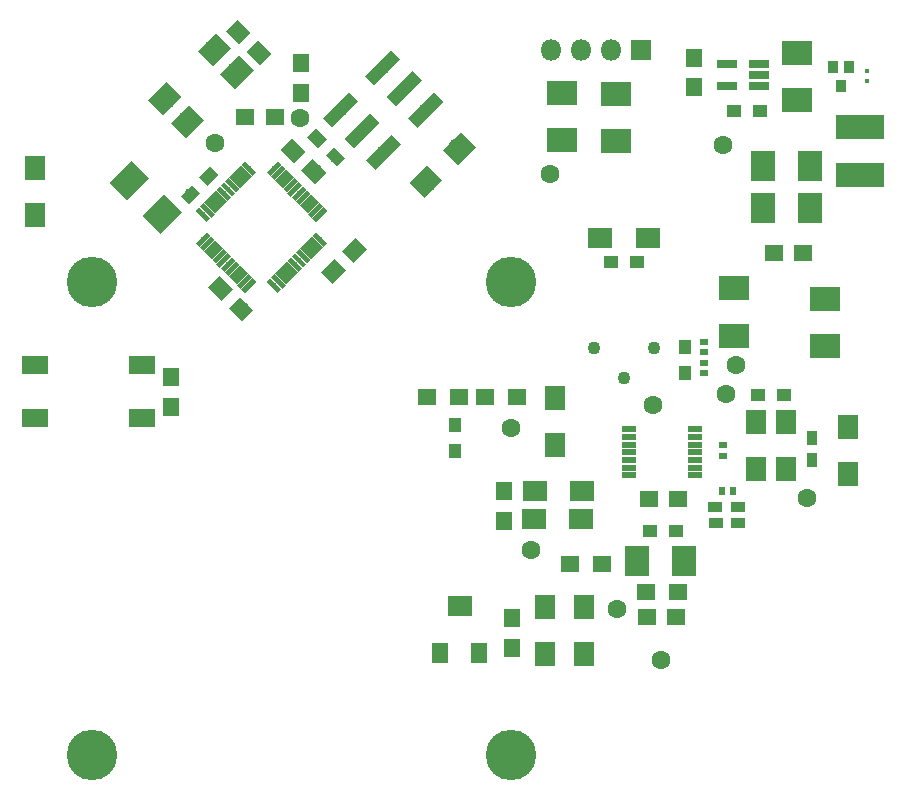
<source format=gbr>
G04 #@! TF.GenerationSoftware,KiCad,Pcbnew,5.0.0*
G04 #@! TF.CreationDate,2018-08-03T19:09:34-04:00*
G04 #@! TF.ProjectId,capacitive,636170616369746976652E6B69636164,rev?*
G04 #@! TF.SameCoordinates,Original*
G04 #@! TF.FileFunction,Soldermask,Top*
G04 #@! TF.FilePolarity,Negative*
%FSLAX46Y46*%
G04 Gerber Fmt 4.6, Leading zero omitted, Abs format (unit mm)*
G04 Created by KiCad (PCBNEW 5.0.0) date Fri Aug  3 19:09:34 2018*
%MOMM*%
%LPD*%
G01*
G04 APERTURE LIST*
%ADD10C,1.101600*%
%ADD11R,1.801600X1.801600*%
%ADD12O,1.801600X1.801600*%
%ADD13R,1.601600X1.351600*%
%ADD14C,1.351600*%
%ADD15C,0.100000*%
%ADD16C,1.001600*%
%ADD17R,2.101600X2.601600*%
%ADD18R,1.351600X1.601600*%
%ADD19C,2.101600*%
%ADD20R,2.601600X2.101600*%
%ADD21R,0.351600X0.461600*%
%ADD22R,0.901600X1.001600*%
%ADD23R,1.001600X1.301600*%
%ADD24R,1.301600X1.001600*%
%ADD25C,1.801600*%
%ADD26R,1.801600X2.101600*%
%ADD27R,2.201600X1.501600*%
%ADD28C,1.601600*%
%ADD29C,0.440000*%
%ADD30R,1.661600X0.751600*%
%ADD31R,2.101600X1.701600*%
%ADD32R,1.401600X1.701600*%
%ADD33R,0.851600X1.301600*%
%ADD34R,1.301600X0.851600*%
%ADD35R,4.101600X2.101600*%
%ADD36R,0.701600X0.501600*%
%ADD37R,1.601600X1.401600*%
%ADD38R,2.101600X1.801600*%
%ADD39R,0.501600X0.701600*%
%ADD40R,1.150000X0.550000*%
%ADD41C,4.276600*%
G04 APERTURE END LIST*
D10*
G04 #@! TO.C,RV101*
X124540000Y-88080000D03*
X127080000Y-85540000D03*
X122000000Y-85540000D03*
G04 #@! TD*
D11*
G04 #@! TO.C,J102*
X125950000Y-60310000D03*
D12*
X123410000Y-60310000D03*
X120870000Y-60310000D03*
X118330000Y-60310000D03*
G04 #@! TD*
D13*
G04 #@! TO.C,C109*
X126420000Y-108360000D03*
X128920000Y-108360000D03*
G04 #@! TD*
D14*
G04 #@! TO.C,C101*
X101688523Y-77305797D03*
D15*
G36*
X101776911Y-76261683D02*
X102732637Y-77217409D01*
X101600135Y-78349911D01*
X100644409Y-77394185D01*
X101776911Y-76261683D01*
X101776911Y-76261683D01*
G37*
D14*
X99920757Y-79073563D03*
D15*
G36*
X100009145Y-78029449D02*
X100964871Y-78985175D01*
X99832369Y-80117677D01*
X98876643Y-79161951D01*
X100009145Y-78029449D01*
X100009145Y-78029449D01*
G37*
G04 #@! TD*
D14*
G04 #@! TO.C,C102*
X96458737Y-68850137D03*
D15*
G36*
X95414623Y-68761749D02*
X96370349Y-67806023D01*
X97502851Y-68938525D01*
X96547125Y-69894251D01*
X95414623Y-68761749D01*
X95414623Y-68761749D01*
G37*
D14*
X98226503Y-70617903D03*
D15*
G36*
X97182389Y-70529515D02*
X98138115Y-69573789D01*
X99270617Y-70706291D01*
X98314891Y-71662017D01*
X97182389Y-70529515D01*
X97182389Y-70529515D01*
G37*
G04 #@! TD*
D13*
G04 #@! TO.C,C103*
X126610000Y-98360000D03*
X129110000Y-98360000D03*
G04 #@! TD*
G04 #@! TO.C,C104*
X92450000Y-66000000D03*
X94950000Y-66000000D03*
G04 #@! TD*
D14*
G04 #@! TO.C,C105*
X92084783Y-82286663D03*
D15*
G36*
X93128897Y-82375051D02*
X92173171Y-83330777D01*
X91040669Y-82198275D01*
X91996395Y-81242549D01*
X93128897Y-82375051D01*
X93128897Y-82375051D01*
G37*
D14*
X90317017Y-80518897D03*
D15*
G36*
X91361131Y-80607285D02*
X90405405Y-81563011D01*
X89272903Y-80430509D01*
X90228629Y-79474783D01*
X91361131Y-80607285D01*
X91361131Y-80607285D01*
G37*
G04 #@! TD*
D16*
G04 #@! TO.C,C106*
X87789103Y-72566697D03*
D15*
G36*
X87683037Y-73381001D02*
X86974799Y-72672763D01*
X87895169Y-71752393D01*
X88603407Y-72460631D01*
X87683037Y-73381001D01*
X87683037Y-73381001D01*
G37*
D16*
X89344737Y-71011063D03*
D15*
G36*
X89238671Y-71825367D02*
X88530433Y-71117129D01*
X89450803Y-70196759D01*
X90159041Y-70904997D01*
X89238671Y-71825367D01*
X89238671Y-71825367D01*
G37*
G04 #@! TD*
D17*
G04 #@! TO.C,C108*
X125600000Y-103570000D03*
X129600000Y-103570000D03*
G04 #@! TD*
D18*
G04 #@! TO.C,C110*
X114310000Y-97680000D03*
X114310000Y-100180000D03*
G04 #@! TD*
G04 #@! TO.C,C111*
X97190000Y-63950000D03*
X97190000Y-61450000D03*
G04 #@! TD*
D14*
G04 #@! TO.C,C112*
X91856117Y-58806117D03*
D15*
G36*
X90812003Y-58717729D02*
X91767729Y-57762003D01*
X92900231Y-58894505D01*
X91944505Y-59850231D01*
X90812003Y-58717729D01*
X90812003Y-58717729D01*
G37*
D14*
X93623883Y-60573883D03*
D15*
G36*
X92579769Y-60485495D02*
X93535495Y-59529769D01*
X94667997Y-60662271D01*
X93712271Y-61617997D01*
X92579769Y-60485495D01*
X92579769Y-60485495D01*
G37*
G04 #@! TD*
D18*
G04 #@! TO.C,C113*
X86130000Y-88020000D03*
X86130000Y-90520000D03*
G04 #@! TD*
D19*
G04 #@! TO.C,C114*
X85414214Y-74214214D03*
D15*
G36*
X87077046Y-74037437D02*
X85237437Y-75877046D01*
X83751382Y-74390991D01*
X85590991Y-72551382D01*
X87077046Y-74037437D01*
X87077046Y-74037437D01*
G37*
D19*
X82585786Y-71385786D03*
D15*
G36*
X84248618Y-71209009D02*
X82409009Y-73048618D01*
X80922954Y-71562563D01*
X82762563Y-69722954D01*
X84248618Y-71209009D01*
X84248618Y-71209009D01*
G37*
G04 #@! TD*
D20*
G04 #@! TO.C,C115*
X139130000Y-60580000D03*
X139130000Y-64580000D03*
G04 #@! TD*
G04 #@! TO.C,C116*
X123830000Y-68070000D03*
X123830000Y-64070000D03*
G04 #@! TD*
G04 #@! TO.C,C117*
X119260000Y-67980000D03*
X119260000Y-63980000D03*
G04 #@! TD*
D18*
G04 #@! TO.C,C118*
X130400000Y-63500000D03*
X130400000Y-61000000D03*
G04 #@! TD*
D17*
G04 #@! TO.C,C119*
X136290000Y-73690000D03*
X140290000Y-73690000D03*
G04 #@! TD*
G04 #@! TO.C,C120*
X136280000Y-70150000D03*
X140280000Y-70150000D03*
G04 #@! TD*
D13*
G04 #@! TO.C,C121*
X137180000Y-77540000D03*
X139680000Y-77540000D03*
G04 #@! TD*
D21*
G04 #@! TO.C,D102*
X145100000Y-62920000D03*
X145100000Y-62080000D03*
G04 #@! TD*
D22*
G04 #@! TO.C,Q101*
X142870000Y-63350000D03*
X142220000Y-61750000D03*
X143520000Y-61750000D03*
G04 #@! TD*
D23*
G04 #@! TO.C,R101*
X129700000Y-87710000D03*
X129700000Y-85510000D03*
G04 #@! TD*
D24*
G04 #@! TO.C,R103*
X126670000Y-101070000D03*
X128870000Y-101070000D03*
G04 #@! TD*
D16*
G04 #@! TO.C,R108*
X98514946Y-67802466D03*
D15*
G36*
X97700642Y-67696400D02*
X98408880Y-66988162D01*
X99329250Y-67908532D01*
X98621012Y-68616770D01*
X97700642Y-67696400D01*
X97700642Y-67696400D01*
G37*
D16*
X100070580Y-69358100D03*
D15*
G36*
X99256276Y-69252034D02*
X99964514Y-68543796D01*
X100884884Y-69464166D01*
X100176646Y-70172404D01*
X99256276Y-69252034D01*
X99256276Y-69252034D01*
G37*
G04 #@! TD*
D25*
G04 #@! TO.C,R109*
X110564214Y-68655786D03*
D15*
G36*
X110670280Y-67275796D02*
X111944204Y-68549720D01*
X110458148Y-70035776D01*
X109184224Y-68761852D01*
X110670280Y-67275796D01*
X110670280Y-67275796D01*
G37*
D25*
X107735786Y-71484214D03*
D15*
G36*
X107841852Y-70104224D02*
X109115776Y-71378148D01*
X107629720Y-72864204D01*
X106355796Y-71590280D01*
X107841852Y-70104224D01*
X107841852Y-70104224D01*
G37*
G04 #@! TD*
D26*
G04 #@! TO.C,R110*
X74600000Y-70300000D03*
X74600000Y-74300000D03*
G04 #@! TD*
D24*
G04 #@! TO.C,R111*
X133780000Y-65490000D03*
X135980000Y-65490000D03*
G04 #@! TD*
D27*
G04 #@! TO.C,SW101*
X83700000Y-91500000D03*
X74600000Y-91500000D03*
X74600000Y-87000000D03*
X83700000Y-87000000D03*
G04 #@! TD*
D28*
G04 #@! TO.C,TP101*
X89900000Y-68200000D03*
G04 #@! TD*
G04 #@! TO.C,TP103*
X123900000Y-107650000D03*
G04 #@! TD*
G04 #@! TO.C,TP104*
X127600000Y-111950000D03*
G04 #@! TD*
G04 #@! TO.C,TP105*
X126990000Y-90410000D03*
G04 #@! TD*
G04 #@! TO.C,TP106*
X114970000Y-92360000D03*
G04 #@! TD*
G04 #@! TO.C,TP107*
X118230000Y-70800000D03*
G04 #@! TD*
G04 #@! TO.C,TP108*
X132900000Y-68400000D03*
G04 #@! TD*
G04 #@! TO.C,TP109*
X97100000Y-66130000D03*
G04 #@! TD*
D29*
G04 #@! TO.C,U101*
X92746280Y-70354493D03*
D15*
G36*
X92428082Y-69725168D02*
X93375605Y-70672691D01*
X93064478Y-70983818D01*
X92116955Y-70036295D01*
X92428082Y-69725168D01*
X92428082Y-69725168D01*
G37*
D29*
X92392726Y-70708046D03*
D15*
G36*
X92074528Y-70078721D02*
X93022051Y-71026244D01*
X92710924Y-71337371D01*
X91763401Y-70389848D01*
X92074528Y-70078721D01*
X92074528Y-70078721D01*
G37*
D29*
X92039173Y-71061599D03*
D15*
G36*
X91720975Y-70432274D02*
X92668498Y-71379797D01*
X92357371Y-71690924D01*
X91409848Y-70743401D01*
X91720975Y-70432274D01*
X91720975Y-70432274D01*
G37*
D29*
X91685620Y-71415153D03*
D15*
G36*
X91367422Y-70785828D02*
X92314945Y-71733351D01*
X92003818Y-72044478D01*
X91056295Y-71096955D01*
X91367422Y-70785828D01*
X91367422Y-70785828D01*
G37*
D29*
X91332066Y-71768706D03*
D15*
G36*
X91013868Y-71139381D02*
X91961391Y-72086904D01*
X91650264Y-72398031D01*
X90702741Y-71450508D01*
X91013868Y-71139381D01*
X91013868Y-71139381D01*
G37*
D29*
X90978513Y-72122259D03*
D15*
G36*
X90660315Y-71492934D02*
X91607838Y-72440457D01*
X91296711Y-72751584D01*
X90349188Y-71804061D01*
X90660315Y-71492934D01*
X90660315Y-71492934D01*
G37*
D29*
X90624959Y-72475813D03*
D15*
G36*
X90306761Y-71846488D02*
X91254284Y-72794011D01*
X90943157Y-73105138D01*
X89995634Y-72157615D01*
X90306761Y-71846488D01*
X90306761Y-71846488D01*
G37*
D29*
X90271406Y-72829366D03*
D15*
G36*
X89953208Y-72200041D02*
X90900731Y-73147564D01*
X90589604Y-73458691D01*
X89642081Y-72511168D01*
X89953208Y-72200041D01*
X89953208Y-72200041D01*
G37*
D29*
X89917853Y-73182920D03*
D15*
G36*
X89599655Y-72553595D02*
X90547178Y-73501118D01*
X90236051Y-73812245D01*
X89288528Y-72864722D01*
X89599655Y-72553595D01*
X89599655Y-72553595D01*
G37*
D29*
X89564299Y-73536473D03*
D15*
G36*
X89246101Y-72907148D02*
X90193624Y-73854671D01*
X89882497Y-74165798D01*
X88934974Y-73218275D01*
X89246101Y-72907148D01*
X89246101Y-72907148D01*
G37*
D29*
X89210746Y-73890026D03*
D15*
G36*
X88892548Y-73260701D02*
X89840071Y-74208224D01*
X89528944Y-74519351D01*
X88581421Y-73571828D01*
X88892548Y-73260701D01*
X88892548Y-73260701D01*
G37*
D29*
X88857193Y-74243580D03*
D15*
G36*
X88538995Y-73614255D02*
X89486518Y-74561778D01*
X89175391Y-74872905D01*
X88227868Y-73925382D01*
X88538995Y-73614255D01*
X88538995Y-73614255D01*
G37*
D29*
X88857193Y-76364900D03*
D15*
G36*
X89175391Y-75735575D02*
X89486518Y-76046702D01*
X88538995Y-76994225D01*
X88227868Y-76683098D01*
X89175391Y-75735575D01*
X89175391Y-75735575D01*
G37*
D29*
X89210746Y-76718454D03*
D15*
G36*
X89528944Y-76089129D02*
X89840071Y-76400256D01*
X88892548Y-77347779D01*
X88581421Y-77036652D01*
X89528944Y-76089129D01*
X89528944Y-76089129D01*
G37*
D29*
X89564299Y-77072007D03*
D15*
G36*
X89882497Y-76442682D02*
X90193624Y-76753809D01*
X89246101Y-77701332D01*
X88934974Y-77390205D01*
X89882497Y-76442682D01*
X89882497Y-76442682D01*
G37*
D29*
X89917853Y-77425560D03*
D15*
G36*
X90236051Y-76796235D02*
X90547178Y-77107362D01*
X89599655Y-78054885D01*
X89288528Y-77743758D01*
X90236051Y-76796235D01*
X90236051Y-76796235D01*
G37*
D29*
X90271406Y-77779114D03*
D15*
G36*
X90589604Y-77149789D02*
X90900731Y-77460916D01*
X89953208Y-78408439D01*
X89642081Y-78097312D01*
X90589604Y-77149789D01*
X90589604Y-77149789D01*
G37*
D29*
X90624959Y-78132667D03*
D15*
G36*
X90943157Y-77503342D02*
X91254284Y-77814469D01*
X90306761Y-78761992D01*
X89995634Y-78450865D01*
X90943157Y-77503342D01*
X90943157Y-77503342D01*
G37*
D29*
X90978513Y-78486221D03*
D15*
G36*
X91296711Y-77856896D02*
X91607838Y-78168023D01*
X90660315Y-79115546D01*
X90349188Y-78804419D01*
X91296711Y-77856896D01*
X91296711Y-77856896D01*
G37*
D29*
X91332066Y-78839774D03*
D15*
G36*
X91650264Y-78210449D02*
X91961391Y-78521576D01*
X91013868Y-79469099D01*
X90702741Y-79157972D01*
X91650264Y-78210449D01*
X91650264Y-78210449D01*
G37*
D29*
X91685620Y-79193327D03*
D15*
G36*
X92003818Y-78564002D02*
X92314945Y-78875129D01*
X91367422Y-79822652D01*
X91056295Y-79511525D01*
X92003818Y-78564002D01*
X92003818Y-78564002D01*
G37*
D29*
X92039173Y-79546881D03*
D15*
G36*
X92357371Y-78917556D02*
X92668498Y-79228683D01*
X91720975Y-80176206D01*
X91409848Y-79865079D01*
X92357371Y-78917556D01*
X92357371Y-78917556D01*
G37*
D29*
X92392726Y-79900434D03*
D15*
G36*
X92710924Y-79271109D02*
X93022051Y-79582236D01*
X92074528Y-80529759D01*
X91763401Y-80218632D01*
X92710924Y-79271109D01*
X92710924Y-79271109D01*
G37*
D29*
X92746280Y-80253987D03*
D15*
G36*
X93064478Y-79624662D02*
X93375605Y-79935789D01*
X92428082Y-80883312D01*
X92116955Y-80572185D01*
X93064478Y-79624662D01*
X93064478Y-79624662D01*
G37*
D29*
X94867600Y-80253987D03*
D15*
G36*
X94549402Y-79624662D02*
X95496925Y-80572185D01*
X95185798Y-80883312D01*
X94238275Y-79935789D01*
X94549402Y-79624662D01*
X94549402Y-79624662D01*
G37*
D29*
X95221154Y-79900434D03*
D15*
G36*
X94902956Y-79271109D02*
X95850479Y-80218632D01*
X95539352Y-80529759D01*
X94591829Y-79582236D01*
X94902956Y-79271109D01*
X94902956Y-79271109D01*
G37*
D29*
X95574707Y-79546881D03*
D15*
G36*
X95256509Y-78917556D02*
X96204032Y-79865079D01*
X95892905Y-80176206D01*
X94945382Y-79228683D01*
X95256509Y-78917556D01*
X95256509Y-78917556D01*
G37*
D29*
X95928260Y-79193327D03*
D15*
G36*
X95610062Y-78564002D02*
X96557585Y-79511525D01*
X96246458Y-79822652D01*
X95298935Y-78875129D01*
X95610062Y-78564002D01*
X95610062Y-78564002D01*
G37*
D29*
X96281814Y-78839774D03*
D15*
G36*
X95963616Y-78210449D02*
X96911139Y-79157972D01*
X96600012Y-79469099D01*
X95652489Y-78521576D01*
X95963616Y-78210449D01*
X95963616Y-78210449D01*
G37*
D29*
X96635367Y-78486221D03*
D15*
G36*
X96317169Y-77856896D02*
X97264692Y-78804419D01*
X96953565Y-79115546D01*
X96006042Y-78168023D01*
X96317169Y-77856896D01*
X96317169Y-77856896D01*
G37*
D29*
X96988921Y-78132667D03*
D15*
G36*
X96670723Y-77503342D02*
X97618246Y-78450865D01*
X97307119Y-78761992D01*
X96359596Y-77814469D01*
X96670723Y-77503342D01*
X96670723Y-77503342D01*
G37*
D29*
X97342474Y-77779114D03*
D15*
G36*
X97024276Y-77149789D02*
X97971799Y-78097312D01*
X97660672Y-78408439D01*
X96713149Y-77460916D01*
X97024276Y-77149789D01*
X97024276Y-77149789D01*
G37*
D29*
X97696027Y-77425560D03*
D15*
G36*
X97377829Y-76796235D02*
X98325352Y-77743758D01*
X98014225Y-78054885D01*
X97066702Y-77107362D01*
X97377829Y-76796235D01*
X97377829Y-76796235D01*
G37*
D29*
X98049581Y-77072007D03*
D15*
G36*
X97731383Y-76442682D02*
X98678906Y-77390205D01*
X98367779Y-77701332D01*
X97420256Y-76753809D01*
X97731383Y-76442682D01*
X97731383Y-76442682D01*
G37*
D29*
X98403134Y-76718454D03*
D15*
G36*
X98084936Y-76089129D02*
X99032459Y-77036652D01*
X98721332Y-77347779D01*
X97773809Y-76400256D01*
X98084936Y-76089129D01*
X98084936Y-76089129D01*
G37*
D29*
X98756687Y-76364900D03*
D15*
G36*
X98438489Y-75735575D02*
X99386012Y-76683098D01*
X99074885Y-76994225D01*
X98127362Y-76046702D01*
X98438489Y-75735575D01*
X98438489Y-75735575D01*
G37*
D29*
X98756687Y-74243580D03*
D15*
G36*
X99074885Y-73614255D02*
X99386012Y-73925382D01*
X98438489Y-74872905D01*
X98127362Y-74561778D01*
X99074885Y-73614255D01*
X99074885Y-73614255D01*
G37*
D29*
X98403134Y-73890026D03*
D15*
G36*
X98721332Y-73260701D02*
X99032459Y-73571828D01*
X98084936Y-74519351D01*
X97773809Y-74208224D01*
X98721332Y-73260701D01*
X98721332Y-73260701D01*
G37*
D29*
X98049581Y-73536473D03*
D15*
G36*
X98367779Y-72907148D02*
X98678906Y-73218275D01*
X97731383Y-74165798D01*
X97420256Y-73854671D01*
X98367779Y-72907148D01*
X98367779Y-72907148D01*
G37*
D29*
X97696027Y-73182920D03*
D15*
G36*
X98014225Y-72553595D02*
X98325352Y-72864722D01*
X97377829Y-73812245D01*
X97066702Y-73501118D01*
X98014225Y-72553595D01*
X98014225Y-72553595D01*
G37*
D29*
X97342474Y-72829366D03*
D15*
G36*
X97660672Y-72200041D02*
X97971799Y-72511168D01*
X97024276Y-73458691D01*
X96713149Y-73147564D01*
X97660672Y-72200041D01*
X97660672Y-72200041D01*
G37*
D29*
X96988921Y-72475813D03*
D15*
G36*
X97307119Y-71846488D02*
X97618246Y-72157615D01*
X96670723Y-73105138D01*
X96359596Y-72794011D01*
X97307119Y-71846488D01*
X97307119Y-71846488D01*
G37*
D29*
X96635367Y-72122259D03*
D15*
G36*
X96953565Y-71492934D02*
X97264692Y-71804061D01*
X96317169Y-72751584D01*
X96006042Y-72440457D01*
X96953565Y-71492934D01*
X96953565Y-71492934D01*
G37*
D29*
X96281814Y-71768706D03*
D15*
G36*
X96600012Y-71139381D02*
X96911139Y-71450508D01*
X95963616Y-72398031D01*
X95652489Y-72086904D01*
X96600012Y-71139381D01*
X96600012Y-71139381D01*
G37*
D29*
X95928260Y-71415153D03*
D15*
G36*
X96246458Y-70785828D02*
X96557585Y-71096955D01*
X95610062Y-72044478D01*
X95298935Y-71733351D01*
X96246458Y-70785828D01*
X96246458Y-70785828D01*
G37*
D29*
X95574707Y-71061599D03*
D15*
G36*
X95892905Y-70432274D02*
X96204032Y-70743401D01*
X95256509Y-71690924D01*
X94945382Y-71379797D01*
X95892905Y-70432274D01*
X95892905Y-70432274D01*
G37*
D29*
X95221154Y-70708046D03*
D15*
G36*
X95539352Y-70078721D02*
X95850479Y-70389848D01*
X94902956Y-71337371D01*
X94591829Y-71026244D01*
X95539352Y-70078721D01*
X95539352Y-70078721D01*
G37*
D29*
X94867600Y-70354493D03*
D15*
G36*
X95185798Y-69725168D02*
X95496925Y-70036295D01*
X94549402Y-70983818D01*
X94238275Y-70672691D01*
X95185798Y-69725168D01*
X95185798Y-69725168D01*
G37*
G04 #@! TD*
D25*
G04 #@! TO.C,U103*
X89816862Y-60292182D03*
D15*
G36*
X89958283Y-58876837D02*
X91232207Y-60150761D01*
X89675441Y-61707527D01*
X88401517Y-60433603D01*
X89958283Y-58876837D01*
X89958283Y-58876837D01*
G37*
D25*
X85644932Y-64464112D03*
D15*
G36*
X85786353Y-63048767D02*
X87060277Y-64322691D01*
X85503511Y-65879457D01*
X84229587Y-64605533D01*
X85786353Y-63048767D01*
X85786353Y-63048767D01*
G37*
D25*
X87554120Y-66373300D03*
D15*
G36*
X87695541Y-64957955D02*
X88969465Y-66231879D01*
X87412699Y-67788645D01*
X86138775Y-66514721D01*
X87695541Y-64957955D01*
X87695541Y-64957955D01*
G37*
D25*
X91726050Y-62201370D03*
D15*
G36*
X91867471Y-60786025D02*
X93141395Y-62059949D01*
X91584629Y-63616715D01*
X90310705Y-62342791D01*
X91867471Y-60786025D01*
X91867471Y-60786025D01*
G37*
G04 #@! TD*
D30*
G04 #@! TO.C,U104*
X135950000Y-63420000D03*
X135950000Y-62470000D03*
X135950000Y-61520000D03*
X133250000Y-61520000D03*
X133250000Y-63420000D03*
G04 #@! TD*
D26*
G04 #@! TO.C,R107*
X121100000Y-107500000D03*
X121100000Y-111500000D03*
G04 #@! TD*
G04 #@! TO.C,R112*
X117800000Y-111500000D03*
X117800000Y-107500000D03*
G04 #@! TD*
D31*
G04 #@! TO.C,RV102*
X110600000Y-107400000D03*
D32*
X112250000Y-111400000D03*
X108950000Y-111400000D03*
G04 #@! TD*
D18*
G04 #@! TO.C,C107*
X115000000Y-108450000D03*
X115000000Y-110950000D03*
G04 #@! TD*
D33*
G04 #@! TO.C,C124*
X140410000Y-95080000D03*
X140410000Y-93180000D03*
G04 #@! TD*
D20*
G04 #@! TO.C,C125*
X141530000Y-85390000D03*
X141530000Y-81390000D03*
G04 #@! TD*
D34*
G04 #@! TO.C,C126*
X132240000Y-99030000D03*
X134140000Y-99030000D03*
G04 #@! TD*
G04 #@! TO.C,C127*
X134170000Y-100420000D03*
X132270000Y-100420000D03*
G04 #@! TD*
D35*
G04 #@! TO.C,J106*
X144510000Y-66890000D03*
X144510000Y-70890000D03*
G04 #@! TD*
D36*
G04 #@! TO.C,R102*
X131250000Y-85030000D03*
X131250000Y-85930000D03*
G04 #@! TD*
D37*
G04 #@! TO.C,R104*
X129050000Y-106260000D03*
X126350000Y-106260000D03*
G04 #@! TD*
D36*
G04 #@! TO.C,R105*
X131250000Y-86820000D03*
X131250000Y-87720000D03*
G04 #@! TD*
D26*
G04 #@! TO.C,R106*
X118650000Y-89800000D03*
X118650000Y-93800000D03*
G04 #@! TD*
D37*
G04 #@! TO.C,R113*
X107800000Y-89700000D03*
X110500000Y-89700000D03*
G04 #@! TD*
G04 #@! TO.C,R114*
X112750000Y-89700000D03*
X115450000Y-89700000D03*
G04 #@! TD*
D23*
G04 #@! TO.C,R115*
X110200000Y-92100000D03*
X110200000Y-94300000D03*
G04 #@! TD*
D26*
G04 #@! TO.C,R117*
X138190000Y-95810000D03*
X138190000Y-91810000D03*
G04 #@! TD*
D36*
G04 #@! TO.C,R118*
X132900000Y-94700000D03*
X132900000Y-93800000D03*
G04 #@! TD*
D24*
G04 #@! TO.C,R119*
X135850000Y-89540000D03*
X138050000Y-89540000D03*
G04 #@! TD*
D38*
G04 #@! TO.C,R122*
X116930000Y-97660000D03*
X120930000Y-97660000D03*
G04 #@! TD*
G04 #@! TO.C,R123*
X116880000Y-100010000D03*
X120880000Y-100010000D03*
G04 #@! TD*
D24*
G04 #@! TO.C,R124*
X125610000Y-78300000D03*
X123410000Y-78300000D03*
G04 #@! TD*
D37*
G04 #@! TO.C,R125*
X122640000Y-103860000D03*
X119940000Y-103860000D03*
G04 #@! TD*
D39*
G04 #@! TO.C,R126*
X133730000Y-97660000D03*
X132830000Y-97660000D03*
G04 #@! TD*
D26*
G04 #@! TO.C,R127*
X135650000Y-95820000D03*
X135650000Y-91820000D03*
G04 #@! TD*
D28*
G04 #@! TO.C,TP102*
X133950000Y-87000000D03*
G04 #@! TD*
G04 #@! TO.C,TP110*
X133150000Y-89450000D03*
G04 #@! TD*
G04 #@! TO.C,TP111*
X116600000Y-102700000D03*
G04 #@! TD*
G04 #@! TO.C,TP112*
X140000000Y-98250000D03*
G04 #@! TD*
D40*
G04 #@! TO.C,U102*
X124925000Y-92440000D03*
X124925000Y-93090000D03*
X124925000Y-93740000D03*
X124925000Y-94390000D03*
X124925000Y-95040000D03*
X124925000Y-95690000D03*
X124925000Y-96340000D03*
X130475000Y-96340000D03*
X130475000Y-95690000D03*
X130475000Y-95040000D03*
X130475000Y-94390000D03*
X130475000Y-93740000D03*
X130475000Y-93090000D03*
X130475000Y-92440000D03*
G04 #@! TD*
D10*
G04 #@! TO.C,J103*
X104085858Y-61822040D03*
D15*
G36*
X103378751Y-63308096D02*
X102599802Y-62529147D01*
X104792965Y-60335984D01*
X105571914Y-61114933D01*
X103378751Y-63308096D01*
X103378751Y-63308096D01*
G37*
D10*
X100522040Y-65385858D03*
D15*
G36*
X99814933Y-66871914D02*
X99035984Y-66092965D01*
X101229147Y-63899802D01*
X102008096Y-64678751D01*
X99814933Y-66871914D01*
X99814933Y-66871914D01*
G37*
D10*
X105881909Y-63618091D03*
D15*
G36*
X105174802Y-65104147D02*
X104395853Y-64325198D01*
X106589016Y-62132035D01*
X107367965Y-62910984D01*
X105174802Y-65104147D01*
X105174802Y-65104147D01*
G37*
D10*
X102318091Y-67181909D03*
D15*
G36*
X101610984Y-68667965D02*
X100832035Y-67889016D01*
X103025198Y-65695853D01*
X103804147Y-66474802D01*
X101610984Y-68667965D01*
X101610984Y-68667965D01*
G37*
D10*
X107677960Y-65414142D03*
D15*
G36*
X106970853Y-66900198D02*
X106191904Y-66121249D01*
X108385067Y-63928086D01*
X109164016Y-64707035D01*
X106970853Y-66900198D01*
X106970853Y-66900198D01*
G37*
D10*
X104114142Y-68977960D03*
D15*
G36*
X103407035Y-70464016D02*
X102628086Y-69685067D01*
X104821249Y-67491904D01*
X105600198Y-68270853D01*
X103407035Y-70464016D01*
X103407035Y-70464016D01*
G37*
G04 #@! TD*
D20*
G04 #@! TO.C,C123*
X133810000Y-84520000D03*
X133810000Y-80520000D03*
G04 #@! TD*
D41*
G04 #@! TO.C,J101*
X79485100Y-80000000D03*
G04 #@! TD*
G04 #@! TO.C,J107*
X114902500Y-80000000D03*
G04 #@! TD*
G04 #@! TO.C,J108*
X79485100Y-120000000D03*
G04 #@! TD*
G04 #@! TO.C,J109*
X114902500Y-120000000D03*
G04 #@! TD*
D38*
G04 #@! TO.C,R120*
X126510000Y-76230000D03*
X122510000Y-76230000D03*
G04 #@! TD*
D26*
G04 #@! TO.C,R121*
X143510000Y-96240000D03*
X143510000Y-92240000D03*
G04 #@! TD*
M02*

</source>
